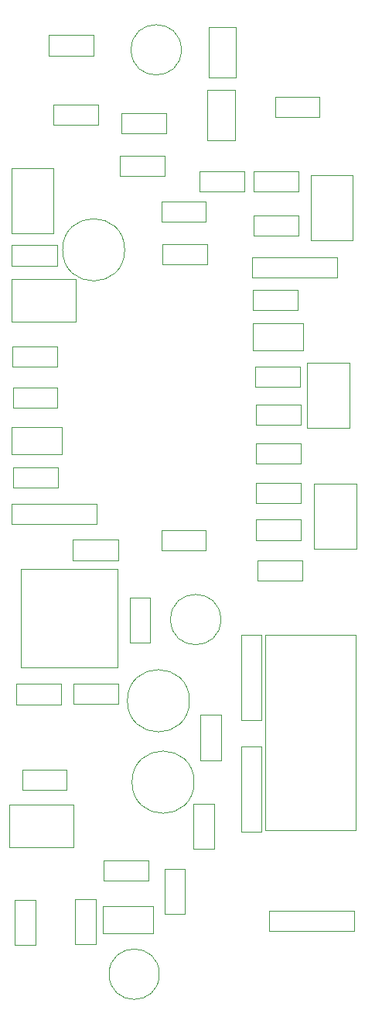
<source format=gbr>
%TF.GenerationSoftware,KiCad,Pcbnew,(5.1.9)-1*%
%TF.CreationDate,2021-08-15T07:19:13+01:00*%
%TF.ProjectId,8x8_Kick_Drum,3878385f-4b69-4636-9b5f-4472756d2e6b,rev?*%
%TF.SameCoordinates,Original*%
%TF.FileFunction,Other,User*%
%FSLAX46Y46*%
G04 Gerber Fmt 4.6, Leading zero omitted, Abs format (unit mm)*
G04 Created by KiCad (PCBNEW (5.1.9)-1) date 2021-08-15 07:19:13*
%MOMM*%
%LPD*%
G01*
G04 APERTURE LIST*
%ADD10C,0.050000*%
G04 APERTURE END LIST*
D10*
%TO.C,R26*%
X134643000Y-164603000D02*
X134643000Y-159703000D01*
X136883000Y-164603000D02*
X134643000Y-164603000D01*
X136883000Y-159703000D02*
X136883000Y-164603000D01*
X134643000Y-159703000D02*
X136883000Y-159703000D01*
%TO.C,R25*%
X144422000Y-161301000D02*
X144422000Y-156401000D01*
X146662000Y-161301000D02*
X144422000Y-161301000D01*
X146662000Y-156401000D02*
X146662000Y-161301000D01*
X144422000Y-156401000D02*
X146662000Y-156401000D01*
%TO.C,R24*%
X128039000Y-164655000D02*
X128039000Y-159755000D01*
X130279000Y-164655000D02*
X128039000Y-164655000D01*
X130279000Y-159755000D02*
X130279000Y-164655000D01*
X128039000Y-159755000D02*
X130279000Y-159755000D01*
%TO.C,R23*%
X137784000Y-155471000D02*
X142684000Y-155471000D01*
X137784000Y-157711000D02*
X137784000Y-155471000D01*
X142684000Y-157711000D02*
X137784000Y-157711000D01*
X142684000Y-155471000D02*
X142684000Y-157711000D01*
%TO.C,R22*%
X133742000Y-147805000D02*
X128842000Y-147805000D01*
X133742000Y-145565000D02*
X133742000Y-147805000D01*
X128842000Y-145565000D02*
X133742000Y-145565000D01*
X128842000Y-147805000D02*
X128842000Y-145565000D01*
%TO.C,R21*%
X142852000Y-126735000D02*
X142852000Y-131635000D01*
X140612000Y-126735000D02*
X142852000Y-126735000D01*
X140612000Y-131635000D02*
X140612000Y-126735000D01*
X142852000Y-131635000D02*
X140612000Y-131635000D01*
%TO.C,R20*%
X134482000Y-136167000D02*
X139382000Y-136167000D01*
X134482000Y-138407000D02*
X134482000Y-136167000D01*
X139382000Y-138407000D02*
X134482000Y-138407000D01*
X139382000Y-136167000D02*
X139382000Y-138407000D01*
%TO.C,R19*%
X132271000Y-72921000D02*
X137171000Y-72921000D01*
X132271000Y-75161000D02*
X132271000Y-72921000D01*
X137171000Y-75161000D02*
X132271000Y-75161000D01*
X137171000Y-72921000D02*
X137171000Y-75161000D01*
%TO.C,R18*%
X144235000Y-88161000D02*
X149135000Y-88161000D01*
X144235000Y-90401000D02*
X144235000Y-88161000D01*
X149135000Y-90401000D02*
X144235000Y-90401000D01*
X149135000Y-88161000D02*
X149135000Y-90401000D01*
%TO.C,R17*%
X161428000Y-74272000D02*
X156528000Y-74272000D01*
X161428000Y-72032000D02*
X161428000Y-74272000D01*
X156528000Y-72032000D02*
X161428000Y-72032000D01*
X156528000Y-74272000D02*
X156528000Y-72032000D01*
%TO.C,R16*%
X139536000Y-78509000D02*
X144436000Y-78509000D01*
X139536000Y-80749000D02*
X139536000Y-78509000D01*
X144436000Y-80749000D02*
X139536000Y-80749000D01*
X144436000Y-78509000D02*
X144436000Y-80749000D01*
%TO.C,R15*%
X144082000Y-83462000D02*
X148982000Y-83462000D01*
X144082000Y-85702000D02*
X144082000Y-83462000D01*
X148982000Y-85702000D02*
X144082000Y-85702000D01*
X148982000Y-83462000D02*
X148982000Y-85702000D01*
%TO.C,R14*%
X159067000Y-82400000D02*
X154167000Y-82400000D01*
X159067000Y-80160000D02*
X159067000Y-82400000D01*
X154167000Y-80160000D02*
X159067000Y-80160000D01*
X154167000Y-82400000D02*
X154167000Y-80160000D01*
%TO.C,R13*%
X127878000Y-112545000D02*
X132778000Y-112545000D01*
X127878000Y-114785000D02*
X127878000Y-112545000D01*
X132778000Y-114785000D02*
X127878000Y-114785000D01*
X132778000Y-112545000D02*
X132778000Y-114785000D01*
%TO.C,R12*%
X159269000Y-103736000D02*
X154369000Y-103736000D01*
X159269000Y-101496000D02*
X159269000Y-103736000D01*
X154369000Y-101496000D02*
X159269000Y-101496000D01*
X154369000Y-103736000D02*
X154369000Y-101496000D01*
%TO.C,R11*%
X154167000Y-84986000D02*
X159067000Y-84986000D01*
X154167000Y-87226000D02*
X154167000Y-84986000D01*
X159067000Y-87226000D02*
X154167000Y-87226000D01*
X159067000Y-84986000D02*
X159067000Y-87226000D01*
%TO.C,R10*%
X154115000Y-93114000D02*
X159015000Y-93114000D01*
X154115000Y-95354000D02*
X154115000Y-93114000D01*
X159015000Y-95354000D02*
X154115000Y-95354000D01*
X159015000Y-93114000D02*
X159015000Y-95354000D01*
%TO.C,R9*%
X132726000Y-106022000D02*
X127826000Y-106022000D01*
X132726000Y-103782000D02*
X132726000Y-106022000D01*
X127826000Y-103782000D02*
X132726000Y-103782000D01*
X127826000Y-106022000D02*
X127826000Y-103782000D01*
%TO.C,R8*%
X159321000Y-112118000D02*
X154421000Y-112118000D01*
X159321000Y-109878000D02*
X159321000Y-112118000D01*
X154421000Y-109878000D02*
X159321000Y-109878000D01*
X154421000Y-112118000D02*
X154421000Y-109878000D01*
%TO.C,R7*%
X154421000Y-105687000D02*
X159321000Y-105687000D01*
X154421000Y-107927000D02*
X154421000Y-105687000D01*
X159321000Y-107927000D02*
X154421000Y-107927000D01*
X159321000Y-105687000D02*
X159321000Y-107927000D01*
%TO.C,R6*%
X132651000Y-101577000D02*
X127751000Y-101577000D01*
X132651000Y-99337000D02*
X132651000Y-101577000D01*
X127751000Y-99337000D02*
X132651000Y-99337000D01*
X127751000Y-101577000D02*
X127751000Y-99337000D01*
%TO.C,R5*%
X159549000Y-124945000D02*
X154649000Y-124945000D01*
X159549000Y-122705000D02*
X159549000Y-124945000D01*
X154649000Y-122705000D02*
X159549000Y-122705000D01*
X154649000Y-124945000D02*
X154649000Y-122705000D01*
%TO.C,R4*%
X159321000Y-116436000D02*
X154421000Y-116436000D01*
X159321000Y-114196000D02*
X159321000Y-116436000D01*
X154421000Y-114196000D02*
X159321000Y-114196000D01*
X154421000Y-116436000D02*
X154421000Y-114196000D01*
%TO.C,R3*%
X144589000Y-76050000D02*
X139689000Y-76050000D01*
X144589000Y-73810000D02*
X144589000Y-76050000D01*
X139689000Y-73810000D02*
X144589000Y-73810000D01*
X139689000Y-76050000D02*
X139689000Y-73810000D01*
%TO.C,R2*%
X153199000Y-82400000D02*
X148299000Y-82400000D01*
X153199000Y-80160000D02*
X153199000Y-82400000D01*
X148299000Y-80160000D02*
X153199000Y-80160000D01*
X148299000Y-82400000D02*
X148299000Y-80160000D01*
%TO.C,R1*%
X144082000Y-119403000D02*
X148982000Y-119403000D01*
X144082000Y-121643000D02*
X144082000Y-119403000D01*
X148982000Y-121643000D02*
X144082000Y-121643000D01*
X148982000Y-119403000D02*
X148982000Y-121643000D01*
%TO.C,D5*%
X154056000Y-91778000D02*
X154056000Y-89578000D01*
X163356000Y-91778000D02*
X154056000Y-91778000D01*
X163356000Y-89578000D02*
X163356000Y-91778000D01*
X154056000Y-89578000D02*
X163356000Y-89578000D01*
%TO.C,D4*%
X137028000Y-116502000D02*
X137028000Y-118702000D01*
X127728000Y-116502000D02*
X137028000Y-116502000D01*
X127728000Y-118702000D02*
X127728000Y-116502000D01*
X137028000Y-118702000D02*
X127728000Y-118702000D01*
%TO.C,D3*%
X152824000Y-143051000D02*
X155024000Y-143051000D01*
X152824000Y-152351000D02*
X152824000Y-143051000D01*
X155024000Y-152351000D02*
X152824000Y-152351000D01*
X155024000Y-143051000D02*
X155024000Y-152351000D01*
%TO.C,D2*%
X155024000Y-140159000D02*
X152824000Y-140159000D01*
X155024000Y-130859000D02*
X155024000Y-140159000D01*
X152824000Y-130859000D02*
X155024000Y-130859000D01*
X152824000Y-140159000D02*
X152824000Y-130859000D01*
%TO.C,D1*%
X155922000Y-163152000D02*
X155922000Y-160952000D01*
X165222000Y-163152000D02*
X155922000Y-163152000D01*
X165222000Y-160952000D02*
X165222000Y-163152000D01*
X155922000Y-160952000D02*
X165222000Y-160952000D01*
%TO.C,C17*%
X143863000Y-167894000D02*
G75*
G03*
X143863000Y-167894000I-2750000J0D01*
G01*
%TO.C,C13*%
X150594000Y-129159000D02*
G75*
G03*
X150594000Y-129159000I-2750000J0D01*
G01*
%TO.C,C12*%
X146276000Y-66929000D02*
G75*
G03*
X146276000Y-66929000I-2750000J0D01*
G01*
%TO.C,C3*%
X147672000Y-146919000D02*
G75*
G03*
X147672000Y-146919000I-3400000J0D01*
G01*
%TO.C,C2*%
X147164000Y-138029000D02*
G75*
G03*
X147164000Y-138029000I-3400000J0D01*
G01*
%TO.C,U1*%
X128725000Y-123672000D02*
X128725000Y-134372000D01*
X128725000Y-134372000D02*
X139275000Y-134372000D01*
X139275000Y-134372000D02*
X139275000Y-123672000D01*
X139275000Y-123672000D02*
X128725000Y-123672000D01*
%TO.C,Q6*%
X127397000Y-149396000D02*
X134497000Y-149396000D01*
X127397000Y-149396000D02*
X127397000Y-153996000D01*
X134497000Y-153996000D02*
X134497000Y-149396000D01*
X134497000Y-153996000D02*
X127397000Y-153996000D01*
%TO.C,Q5*%
X165056000Y-80661000D02*
X165056000Y-87761000D01*
X165056000Y-80661000D02*
X160456000Y-80661000D01*
X160456000Y-87761000D02*
X165056000Y-87761000D01*
X160456000Y-87761000D02*
X160456000Y-80661000D01*
%TO.C,Q4*%
X127651000Y-91992000D02*
X134751000Y-91992000D01*
X127651000Y-91992000D02*
X127651000Y-96592000D01*
X134751000Y-96592000D02*
X134751000Y-91992000D01*
X134751000Y-96592000D02*
X127651000Y-96592000D01*
%TO.C,Q3*%
X160064000Y-108188000D02*
X160064000Y-101088000D01*
X160064000Y-108188000D02*
X164664000Y-108188000D01*
X164664000Y-101088000D02*
X160064000Y-101088000D01*
X164664000Y-101088000D02*
X164664000Y-108188000D01*
%TO.C,Q2*%
X160826000Y-121396000D02*
X160826000Y-114296000D01*
X160826000Y-121396000D02*
X165426000Y-121396000D01*
X165426000Y-114296000D02*
X160826000Y-114296000D01*
X165426000Y-114296000D02*
X165426000Y-121396000D01*
%TO.C,Q1*%
X132290000Y-79899000D02*
X132290000Y-86999000D01*
X132290000Y-79899000D02*
X127690000Y-79899000D01*
X127690000Y-86999000D02*
X132290000Y-86999000D01*
X127690000Y-86999000D02*
X127690000Y-79899000D01*
%TO.C,C16*%
X133124000Y-136137000D02*
X133124000Y-138437000D01*
X133124000Y-138437000D02*
X128164000Y-138437000D01*
X128164000Y-138437000D02*
X128164000Y-136137000D01*
X128164000Y-136137000D02*
X133124000Y-136137000D01*
%TO.C,C15*%
X139348000Y-120389000D02*
X139348000Y-122689000D01*
X139348000Y-122689000D02*
X134388000Y-122689000D01*
X134388000Y-122689000D02*
X134388000Y-120389000D01*
X134388000Y-120389000D02*
X139348000Y-120389000D01*
%TO.C,J1*%
X165351000Y-152158000D02*
X165351000Y-130798000D01*
X165351000Y-130798000D02*
X155451000Y-130798000D01*
X155451000Y-130798000D02*
X155451000Y-152158000D01*
X155451000Y-152158000D02*
X165351000Y-152158000D01*
%TO.C,C18*%
X137692000Y-160425000D02*
X137692000Y-163425000D01*
X137692000Y-163425000D02*
X143192000Y-163425000D01*
X143192000Y-163425000D02*
X143192000Y-160425000D01*
X143192000Y-160425000D02*
X137692000Y-160425000D01*
%TO.C,C11*%
X136680000Y-65271000D02*
X136680000Y-67571000D01*
X136680000Y-67571000D02*
X131720000Y-67571000D01*
X131720000Y-67571000D02*
X131720000Y-65271000D01*
X131720000Y-65271000D02*
X136680000Y-65271000D01*
%TO.C,C14*%
X140072000Y-88773000D02*
G75*
G03*
X140072000Y-88773000I-3400000J0D01*
G01*
%TO.C,C10*%
X152122000Y-71271000D02*
X149122000Y-71271000D01*
X149122000Y-71271000D02*
X149122000Y-76771000D01*
X149122000Y-76771000D02*
X152122000Y-76771000D01*
X152122000Y-76771000D02*
X152122000Y-71271000D01*
%TO.C,C9*%
X152249000Y-64413000D02*
X149249000Y-64413000D01*
X149249000Y-64413000D02*
X149249000Y-69913000D01*
X149249000Y-69913000D02*
X152249000Y-69913000D01*
X152249000Y-69913000D02*
X152249000Y-64413000D01*
%TO.C,C8*%
X127659000Y-108101000D02*
X127659000Y-111101000D01*
X127659000Y-111101000D02*
X133159000Y-111101000D01*
X133159000Y-111101000D02*
X133159000Y-108101000D01*
X133159000Y-108101000D02*
X127659000Y-108101000D01*
%TO.C,C7*%
X159615000Y-99798000D02*
X159615000Y-96798000D01*
X159615000Y-96798000D02*
X154115000Y-96798000D01*
X154115000Y-96798000D02*
X154115000Y-99798000D01*
X154115000Y-99798000D02*
X159615000Y-99798000D01*
%TO.C,C6*%
X149867000Y-154206000D02*
X147567000Y-154206000D01*
X147567000Y-154206000D02*
X147567000Y-149246000D01*
X147567000Y-149246000D02*
X149867000Y-149246000D01*
X149867000Y-149246000D02*
X149867000Y-154206000D01*
%TO.C,C5*%
X150629000Y-144504000D02*
X148329000Y-144504000D01*
X148329000Y-144504000D02*
X148329000Y-139544000D01*
X148329000Y-139544000D02*
X150629000Y-139544000D01*
X150629000Y-139544000D02*
X150629000Y-144504000D01*
%TO.C,C4*%
X127695000Y-90558000D02*
X127695000Y-88258000D01*
X127695000Y-88258000D02*
X132655000Y-88258000D01*
X132655000Y-88258000D02*
X132655000Y-90558000D01*
X132655000Y-90558000D02*
X127695000Y-90558000D01*
%TO.C,C1*%
X159364000Y-118230000D02*
X159364000Y-120530000D01*
X159364000Y-120530000D02*
X154404000Y-120530000D01*
X154404000Y-120530000D02*
X154404000Y-118230000D01*
X154404000Y-118230000D02*
X159364000Y-118230000D01*
%TD*%
M02*

</source>
